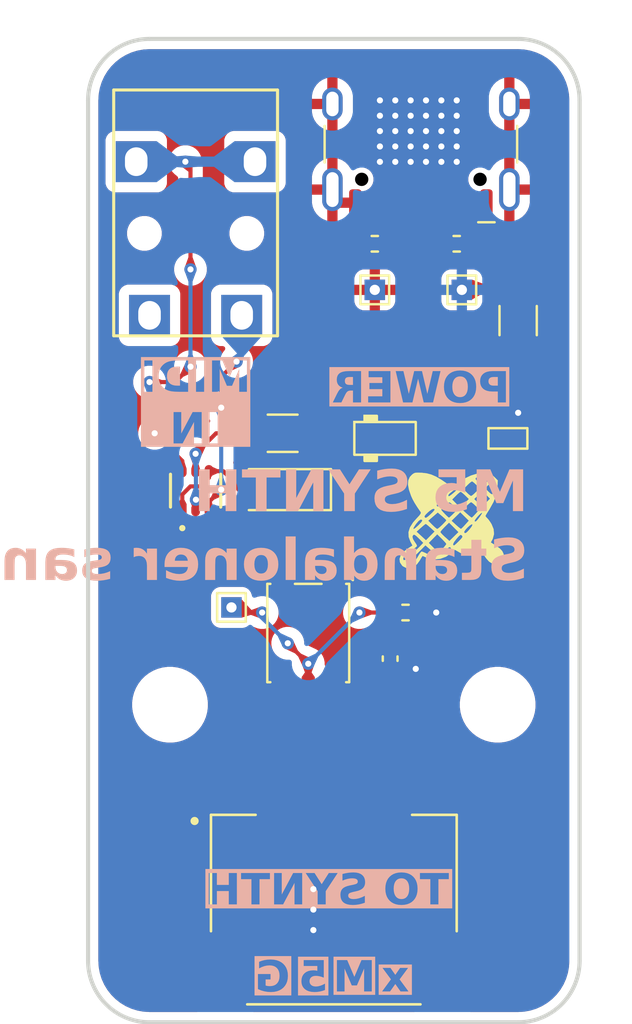
<source format=kicad_pcb>
(kicad_pcb (version 20241229) (generator "pcbnew") (generator_version "9.0")
  (layers (0 "F.Cu" signal) (2 "B.Cu" signal) (13 "F.Paste" user) (15 "B.Paste" user) (5 "F.SilkS" user "F.Silkscreen") (7 "B.SilkS" user "B.Silkscreen") (1 "F.Mask" user) (3 "B.Mask" user) (25 "Edge.Cuts" user))
  (net 0 "")
  (net 1 "+5V")
  (net 2 "GND")
  (net 3 "A1")
  (net 4 "Net-(D1-K)")
  (net 5 "in_T")
  (net 6 "in_R")
  (net 8 "UART_OUT")
  (net 9 "BRIDGED IN R")
  (net 10 "Net-(USB2-CC1)")
  (net 11 "Net-(USB2-CC2)")
  (net 14 "unconnected-(USB2-D--PadB7)")
  (net 19 "Net-(D2-Pad2)")
  (footprint "Resistor_SMD:R_1206_3216Metric_Pad1.30x1.75mm_HandSolder" (layer "F.Cu") (at 129.5 69.25 180)
    (property "Reference" "R1" (hide yes))
    (property "Value" "220")
    (fp_line (start -0.727064 0.91) (end 0.727064 0.91) (stroke (width 0.12)) (layer "F.SilkS"))
    (fp_line (start -0.727064 -0.91) (end 0.727064 -0.91) (stroke (width 0.12)) (layer "F.SilkS"))
    (pad "1" smd roundrect (at -1.55 0 180) (size 1.3 1.75) (layers "F.Cu" "F.Mask" "F.Paste") (roundrect_rratio 0.192308) (net 4 "Net-(D1-K)"))
    (pad "2" smd roundrect (at 1.55 0 180) (size 1.3 1.75) (layers "F.Cu" "F.Mask" "F.Paste") (roundrect_rratio 0.192308) (net 9 "BRIDGED IN R"))
  )
  (footprint "snapeda:SEEEDSTUDIO_114020164" (layer "F.Cu") (at 132 92.5)
    (property "Reference" "J2" (hide yes))
    (property "Value" "Conn_01x04")
    (fp_line (start -6 -4.625) (end -3.82 -4.625) (stroke (width 0.127)) (layer "F.SilkS"))
    (fp_line (start -6 1.055) (end -6 -4.625) (stroke (width 0.127)) (layer "F.SilkS"))
    (fp_line (start -4.23 4.625) (end 4.23 4.625) (stroke (width 0.127)) (layer "F.SilkS"))
    (fp_line (start 3.82 -4.625) (end 6 -4.625) (stroke (width 0.127)) (layer "F.SilkS"))
    (fp_line (start 6 -4.625) (end 6 1.055) (stroke (width 0.127)) (layer "F.SilkS"))
    (fp_circle (center -6.8 -4.325) (end -6.7 -4.325) (stroke (width 0.2)) (fill no) (layer "F.SilkS"))
    (pad "1" smd rect (at -3 -4.325) (size 1 3.4) (layers "F.Cu" "F.Mask" "F.Paste") (net 2 "GND"))
    (pad "2" smd rect (at -1 -4.325) (size 1 3.4) (layers "F.Cu" "F.Mask" "F.Paste") (net 1 "+5V"))
    (pad "3" smd rect (at 1 -4.325) (size 1 3.4) (layers "F.Cu" "F.Mask" "F.Paste") (net 8 "UART_OUT"))
    (pad "4" smd rect (at 3 -4.325) (size 1 3.4) (layers "F.Cu" "F.Mask" "F.Paste"))
    (pad "SH1" smd rect (at -5.3 3.175) (size 1.5 3.6) (layers "F.Cu" "F.Mask" "F.Paste"))
    (pad "SH2" smd rect (at 5.3 3.175) (size 1.5 3.6) (layers "F.Cu" "F.Mask" "F.Paste"))
  )
  (footprint "MountingHole:MountingHole_3.2mm_M3" (layer "F.Cu") (at 124 82.5)
    (property "Reference" "H1" (hide yes))
    (property "Value" "MountingHole_M3")
    (pad "" np_thru_hole circle (at 0 0) (size 3.2 3.2) (drill 3.2) (layers "*.Cu" "*.Mask"))
  )
  (footprint "Diode_SMD:D_SOD-123" (layer "F.Cu") (at 129.5 72 180)
    (property "Reference" "D1" (hide yes))
    (property "Value" "SM4007PL")
    (fp_line (start -2.36 1) (end 1.65 1) (stroke (width 0.12)) (layer "F.SilkS"))
    (fp_line (start -2.36 -1) (end 1.65 -1) (stroke (width 0.12)) (layer "F.SilkS"))
    (fp_line (start -2.36 -1) (end -2.36 1) (stroke (width 0.12)) (layer "F.SilkS"))
    (pad "1" smd roundrect (at -1.65 0 180) (size 0.9 1.2) (layers "F.Cu" "F.Mask" "F.Paste") (net 4 "Net-(D1-K)"))
    (pad "2" smd roundrect (at 1.65 0 180) (size 0.9 1.2) (layers "F.Cu" "F.Mask" "F.Paste") (net 3 "A1"))
  )
  (footprint "Resistor_SMD:R_0402_1005Metric" (layer "F.Cu") (at 138 60 180)
    (property "Reference" "R5" (hide yes))
    (property "Value" "5.1k")
    (fp_line (start -0.153641 0.38) (end 0.153641 0.38) (stroke (width 0.12)) (layer "F.SilkS"))
    (fp_line (start -0.153641 -0.38) (end 0.153641 -0.38) (stroke (width 0.12)) (layer "F.SilkS"))
    (pad "1" smd roundrect (at -0.51 0 180) (size 0.54 0.64) (layers "F.Cu" "F.Mask" "F.Paste") (net 2 "GND"))
    (pad "2" smd roundrect (at 0.51 0 180) (size 0.54 0.64) (layers "F.Cu" "F.Mask" "F.Paste") (net 10 "Net-(USB2-CC1)"))
  )
  (footprint "MountingHole:MountingHole_3.2mm_M3" (layer "F.Cu") (at 140 82.5)
    (property "Reference" "H2" (hide yes))
    (property "Value" "MountingHole_M3")
    (pad "" np_thru_hole circle (at 0 0) (size 3.2 3.2) (drill 3.2) (layers "*.Cu" "*.Mask"))
  )
  (footprint "Resistor_SMD:R_0402_1005Metric" (layer "F.Cu") (at 134 60 180)
    (property "Reference" "R6" (hide yes))
    (property "Value" "5.1k")
    (fp_line (start -0.153641 0.38) (end 0.153641 0.38) (stroke (width 0.12)) (layer "F.SilkS"))
    (fp_line (start -0.153641 -0.38) (end 0.153641 -0.38) (stroke (width 0.12)) (layer "F.SilkS"))
    (pad "1" smd roundrect (at -0.51 0 180) (size 0.54 0.64) (layers "F.Cu" "F.Mask" "F.Paste") (net 11 "Net-(USB2-CC2)"))
    (pad "2" smd roundrect (at 0.51 0 180) (size 0.54 0.64) (layers "F.Cu" "F.Mask" "F.Paste") (net 2 "GND"))
  )
  (footprint "Capacitor_SMD:C_1206_3216Metric_Pad1.33x1.80mm_HandSolder" (layer "F.Cu") (at 141 63.75 -90)
    (property "Reference" "C1" (hide yes))
    (property "Value" "100u")
    (fp_line (start -0.711252 0.91) (end 0.711252 0.91) (stroke (width 0.12)) (layer "F.SilkS"))
    (fp_line (start -0.711252 -0.91) (end 0.711252 -0.91) (stroke (width 0.12)) (layer "F.SilkS"))
    (pad "1" smd roundrect (at -1.5625 0 270) (size 1.325 1.8) (layers "F.Cu" "F.Mask" "F.Paste") (roundrect_rratio 0.188679) (net 1 "+5V"))
    (pad "2" smd roundrect (at 1.5625 0 270) (size 1.325 1.8) (layers "F.Cu" "F.Mask" "F.Paste") (roundrect_rratio 0.188679) (net 2 "GND"))
  )
  (footprint "PCM_LED_SMD_AKL:LED_0603_1608Metric" (layer "F.Cu") (at 134.5 69.5)
    (property "Reference" "D2" (hide yes))
    (property "Value" "LED" (hide yes))
    (fp_rect (start -1.5 -0.8) (end 1.5 0.8) (stroke (width 0.12)) (fill no) (layer "F.SilkS"))
    (fp_rect (start -1 -1.1) (end -0.4 -0.8) (stroke (width 0.12)) (fill yes) (layer "F.SilkS"))
    (fp_rect (start -1 0.8) (end -0.4 1.1) (stroke (width 0.12)) (fill yes) (layer "F.SilkS"))
    (pad "1" smd roundrect (at -0.7875 0) (size 0.875 0.95) (layers "F.Cu" "F.Mask" "F.Paste") (net 2 "GND"))
    (pad "2" smd roundrect (at 0.7875 0) (size 0.875 0.95) (layers "F.Cu" "F.Mask" "F.Paste") (net 19 "Net-(D2-Pad2)"))
  )
  (footprint "Connector_USB:USB_C_Receptacle_HCTL_HC-TYPE-C-16P-01A" (layer "F.Cu") (at 136.25 54.25 180)
    (property "Reference" "USB2" (hide yes))
    (property "Value" "USB_C_Receptacle")
    (fp_line (start 4.7 -1.78) (end 4.7 0) (stroke (width 0.12)) (layer "F.SilkS"))
    (fp_line (start -2.8 -4.7) (end -3.6 -4.7) (stroke (width 0.12)) (layer "F.SilkS"))
    (fp_line (start -4.7 -1.78) (end -4.7 0) (stroke (width 0.12)) (layer "F.SilkS"))
    (pad "" np_thru_hole circle (at -2.89 -2.605 180) (size 0.65 0.65) (drill 0.65) (layers "*.Mask"))
    (pad "" np_thru_hole circle (at 2.89 -2.605 180) (size 0.65 0.65) (drill 0.65) (layers "*.Mask"))
    (pad "A1" smd roundrect (at -3.2 -3.745 180) (size 0.6 1.3) (layers "F.Cu" "F.Mask" "F.Paste") (net 2 "GND"))
    (pad "A4" smd roundrect (at -2.4 -3.745 180) (size 0.6 1.3) (layers "F.Cu" "F.Mask" "F.Paste") (net 1 "+5V"))
    (pad "A5" smd roundrect (at -1.25 -3.745 180) (size 0.3 1.3) (layers "F.Cu" "F.Mask" "F.Paste") (net 10 "Net-(USB2-CC1)"))
    (pad "A6" smd roundrect (at -0.25 -3.745 180) (size 0.3 1.3) (layers "F.Cu" "F.Mask" "F.Paste"))
    (pad "A7" smd roundrect (at 0.25 -3.745 180) (size 0.3 1.3) (layers "F.Cu" "F.Mask" "F.Paste"))
    (pad "A8" smd roundrect (at 1.25 -3.745 180) (size 0.3 1.3) (layers "F.Cu" "F.Mask" "F.Paste"))
    (pad "A9" smd roundrect (at 2.4 -3.745 180) (size 0.6 1.3) (layers "F.Cu" "F.Mask" "F.Paste") (net 1 "+5V"))
    (pad "A12" smd roundrect (at 3.2 -3.745 180) (size 0.6 1.3) (layers "F.Cu" "F.Mask" "F.Paste") (net 2 "GND"))
    (pad "B1" smd roundrect (at 3.2 -3.745 180) (size 0.6 1.3) (layers "F.Cu" "F.Mask" "F.Paste") (net 2 "GND"))
    (pad "B4" smd roundrect (at 2.4 -3.745 180) (size 0.6 1.3) (layers "F.Cu" "F.Mask" "F.Paste") (net 1 "+5V"))
    (pad "B5" smd roundrect (at 1.75 -3.745 180) (size 0.3 1.3) (layers "F.Cu" "F.Mask" "F.Paste") (net 11 "Net-(USB2-CC2)"))
    (pad "B6" smd roundrect (at 0.75 -3.745 180) (size 0.3 1.3) (layers "F.Cu" "F.Mask" "F.Paste"))
    (pad "B7" smd roundrect (at -0.75 -3.745 180) (size 0.3 1.3) (layers "F.Cu" "F.Mask" "F.Paste") (net 14 "unconnected-(USB2-D--PadB7)"))
    (pad "B8" smd roundrect (at -1.75 -3.745 180) (size 0.3 1.3) (layers "F.Cu" "F.Mask" "F.Paste"))
    (pad "B9" smd roundrect (at -2.4 -3.745 180) (size 0.6 1.3) (layers "F.Cu" "F.Mask" "F.Paste") (net 1 "+5V"))
    (pad "B12" smd roundrect (at -3.2 -3.745 180) (size 0.6 1.3) (layers "F.Cu" "F.Mask" "F.Paste") (net 2 "GND"))
    (pad "S1" thru_hole oval (at -4.32 -3.105 180) (size 1 2.1) (drill oval 0.6 1.7) (property pad_prop_heatsink) (layers "*.Cu" "*.Mask") (net 2 "GND"))
    (pad "S1" thru_hole oval (at -4.32 1.075 180) (size 1 1.6) (drill oval 0.6 1.2) (property pad_prop_heatsink) (layers "*.Cu" "*.Mask") (net 2 "GND"))
    (pad "S1" thru_hole oval (at 4.32 -3.105 180) (size 1 2.1) (drill oval 0.6 1.7) (property pad_prop_heatsink) (layers "*.Cu" "*.Mask") (net 2 "GND"))
    (pad "S1" thru_hole oval (at 4.32 1.075 180) (size 1 1.6) (drill oval 0.6 1.2) (property pad_prop_heatsink) (layers "*.Cu" "*.Mask") (net 2 "GND"))
  )
  (footprint "ultra_librarian:SOT-363_DIO" (layer "F.Cu") (at 125.25 72.049999 90)
    (property "Reference" "U1" (hide yes))
    (property "Value" "BAS40DW-04-7-F")
    (fp_line (start 0.802 -1.227) (end -0.802 -1.227) (stroke (width 0.1524)) (layer "F.SilkS"))
    (fp_line (start -0.802 1.227) (end 0.802 1.227) (stroke (width 0.1524)) (layer "F.SilkS"))
    (fp_circle (center -1.829 -0.65) (end -1.7528 -0.65) (stroke (width 0.1524)) (fill no) (layer "F.SilkS"))
    (pad "1" smd rect (at -0.950001 -0.649999 90) (size 0.6 0.42) (layers "F.Cu" "F.Mask" "F.Paste") (net 3 "A1"))
    (pad "2" smd oval (at -0.950001 0 90) (size 0.6 0.42) (layers "F.Cu" "F.Mask" "F.Paste") (net 9 "BRIDGED IN R"))
    (pad "3" smd oval (at -0.950001 0.649999 90) (size 0.6 0.42) (layers "F.Cu" "F.Mask" "F.Paste") (net 6 "in_R"))
    (pad "4" smd oval (at 0.950001 0.649999 90) (size 0.6 0.42) (layers "F.Cu" "F.Mask" "F.Paste") (net 3 "A1"))
    (pad "5" smd oval (at 0.950001 0 90) (size 0.6 0.42) (layers "F.Cu" "F.Mask" "F.Paste") (net 9 "BRIDGED IN R"))
    (pad "6" smd oval (at 0.950001 -0.649999 90) (size 0.6 0.42) (layers "F.Cu" "F.Mask" "F.Paste") (net 5 "in_T"))
  )
  (footprint "TestPoint:TestPoint_THTPad_1.0x1.0mm_Drill0.5mm" (layer "F.Cu") (at 134 62.25)
    (property "Reference" "TP4" (hide yes))
    (property "Value" "TestPoint")
    (fp_line (start -0.7 -0.7) (end 0.7 -0.7) (stroke (width 0.12)) (layer "F.SilkS"))
    (fp_line (start -0.7 0.7) (end -0.7 -0.7) (stroke (width 0.12)) (layer "F.SilkS"))
    (fp_line (start 0.7 -0.7) (end 0.7 0.7) (stroke (width 0.12)) (layer "F.SilkS"))
    (fp_line (start 0.7 0.7) (end -0.7 0.7) (stroke (width 0.12)) (layer "F.SilkS"))
    (pad "1" thru_hole rect (at 0 0) (size 1 1) (drill 0.5) (layers "*.Cu" "*.Mask") (net 2 "GND"))
  )
  (footprint "Capacitor_SMD:C_0402_1005Metric" (layer "F.Cu") (at 134.75 80.25 90)
    (property "Reference" "C2" (hide yes))
    (property "Value" "0.1u")
    (fp_line (start -0.107836 -0.36) (end 0.107836 -0.36) (stroke (width 0.12)) (layer "F.SilkS"))
    (fp_line (start -0.107836 0.36) (end 0.107836 0.36) (stroke (width 0.12)) (layer "F.SilkS"))
    (pad "1" smd roundrect (at -0.48 0 90) (size 0.56 0.62) (layers "F.Cu" "F.Mask" "F.Paste") (net 1 "+5V"))
    (pad "2" smd roundrect (at 0.48 0 90) (size 0.56 0.62) (layers "F.Cu" "F.Mask" "F.Paste") (net 2 "GND"))
  )
  (footprint "TestPoint:TestPoint_THTPad_1.0x1.0mm_Drill0.5mm" (layer "F.Cu") (at 127 77.75)
    (property "Reference" "TP2" (hide yes))
    (property "Value" "TestPoint")
    (fp_line (start -0.7 -0.7) (end 0.7 -0.7) (stroke (width 0.12)) (layer "F.SilkS"))
    (fp_line (start -0.7 0.7) (end -0.7 -0.7) (stroke (width 0.12)) (layer "F.SilkS"))
    (fp_line (start 0.7 -0.7) (end 0.7 0.7) (stroke (width 0.12)) (layer "F.SilkS"))
    (fp_line (start 0.7 0.7) (end -0.7 0.7) (stroke (width 0.12)) (layer "F.SilkS"))
    (pad "1" thru_hole rect (at 0 0) (size 1 1) (drill 0.5) (layers "*.Cu" "*.Mask") (net 8 "UART_OUT"))
  )
  (footprint "Resistor_SMD:R_0402_1005Metric" (layer "F.Cu") (at 135.5 78)
    (property "Reference" "R4" (hide yes))
    (property "Value" "1k")
    (fp_line (start -0.153641 -0.38) (end 0.153641 -0.38) (stroke (width 0.12)) (layer "F.SilkS"))
    (fp_line (start -0.153641 0.38) (end 0.153641 0.38) (stroke (width 0.12)) (layer "F.SilkS"))
    (pad "1" smd roundrect (at -0.51 0) (size 0.54 0.64) (layers "F.Cu" "F.Mask" "F.Paste") (net 8 "UART_OUT"))
    (pad "2" smd roundrect (at 0.51 0) (size 0.54 0.64) (layers "F.Cu" "F.Mask" "F.Paste") (net 1 "+5V"))
  )
  (footprint "my_footprint:kinoshita-logo_simplified_600dpi" (layer "F.Cu") (at 137.75 73.5)
    (property "Reference" "G***" (hide yes))
    (property "Value" "LOGO" (hide yes))
    (fp_poly (pts (xy -1.571861 -2.325303) (xy -1.455546 -2.319804) (xy -1.217827 -2.292772) (xy -0.992627 -2.232784) (xy -0.761419 -2.13211) (xy -0.505671 -1.983021) (xy -0.277801 -1.828553) (xy 0.015898 -1.620546) (xy 0.10094 -1.68315) (xy 0.423333 -1.68315) (xy 0.434745 -1.653685) (xy 0.476674 -1.681563) (xy 0.533188 -1.741663) (xy 0.586821 -1.803936) (xy 0.580664 -1.810615) (xy 0.518583 -1.773813) (xy 0.447463 -1.719302) (xy 0.423333 -1.68315) (xy 0.10094 -1.68315) (xy 0.26513 -1.804019) (xy 0.606403 -2.024357) (xy 1.164747 -2.024357) (xy 1.217038 -1.943486) (xy 1.30011 -1.860074) (xy 1.402471 -1.76966) (xy 1.481926 -1.709107) (xy 1.513769 -1.693333) (xy 1.560947 -1.721333) (xy 1.643959 -1.793198) (xy 1.707068 -1.855056) (xy 1.796903 -1.949796) (xy 1.83422 -2.006475) (xy 1.82583 -2.047432) (xy 1.779876 -2.093802) (xy 1.714514 -2.137597) (xy 1.629787 -2.154074) (xy 1.497719 -2.147353) (xy 1.451203 -2.142199) (xy 1.277211 -2.115091) (xy 1.183265 -2.078684) (xy 1.164747 -2.024357) (xy 0.606403 -2.024357) (xy 0.608947 -2.025999) (xy 0.952148 -2.188349) (xy 1.283016 -2.28705) (xy 1.589831 -2.318084) (xy 1.731358 -2.306851) (xy 1.884556 -2.264667) (xy 2.019231 -2.176922) (xy 2.088657 -2.112303) (xy 2.254494 -1.946466) (xy 2.234321 -1.618816) (xy 2.177567 -1.261691) (xy 2.048885 -0.904385) (xy 1.843975 -0.535328) (xy 1.815982 -0.492592) (xy 1.734166 -0.365388) (xy 1.675138 -0.26579) (xy 1.651067 -0.214396) (xy 1.650999 -0.213404) (xy 1.679274 -0.165434) (xy 1.740576 -0.101811) (xy 1.812201 -0.019516) (xy 1.899141 0.104439) (xy 1.951846 0.1905) (xy 2.050122 0.432624) (xy 2.069045 0.672483) (xy 2.008021 0.899112) (xy 1.992064 0.931045) (xy 1.913344 1.078924) (xy 2.160302 1.235071) (xy 2.351603 1.37188) (xy 2.473318 1.502398) (xy 2.537384 1.643184) (xy 2.555426 1.783074) (xy 2.54519 1.913818) (xy 2.493303 2.007233) (xy 2.436494 2.061902) (xy 2.328678 2.134642) (xy 2.216267 2.152371) (xy 2.149738 2.146194) (xy 1.977396 2.102443) (xy 1.8338 2.013121) (xy 1.697888 1.863164) (xy 1.640336 1.781908) (xy 1.500999 1.575005) (xy 1.374916 1.643791) (xy 1.226489 1.691362) (xy 1.009889 1.712604) (xy 0.9525 1.713538) (xy 0.776249 1.708298) (xy 0.643591 1.684289) (xy 0.513868 1.631142) (xy 0.41051 1.575291) (xy 0.164853 1.436081) (xy -0.025755 1.603861) (xy -0.271711 1.771122) (xy -0.54503 1.872356) (xy -0.827792 1.904335) (xy -1.102079 1.863827) (xy -1.221707 1.819404) (xy -1.33193 1.770466) (xy -1.404428 1.740307) (xy -1.418749 1.735667) (xy -1.44432 1.769382) (xy -1.498377 1.857147) (xy -1.559069 1.962147) (xy -1.697795 2.146899) (xy -1.863239 2.270905) (xy -2.041276 2.330169) (xy -2.21778 2.320696) (xy -2.378624 2.238492) (xy -2.416257 2.20459) (xy -2.468735 2.126494) (xy -2.159 2.126494) (xy -2.126271 2.158725) (xy -2.046984 2.157267) (xy -1.949491 2.127888) (xy -1.862146 2.076357) (xy -1.847624 2.063138) (xy -1.773234 1.972263) (xy -1.684102 1.840736) (xy -1.627298 1.745681) (xy -1.554633 1.627933) (xy -1.49258 1.547622) (xy -1.4605 1.52422) (xy -1.401606 1.542238) (xy -1.295288 1.588427) (xy -1.209909 1.630011) (xy -1.06913 1.689282) (xy -0.934384 1.726049) (xy -0.826795 1.736881) (xy -0.767486 1.718347) (xy -0.762 1.702751) (xy -0.790984 1.662313) (xy -0.465667 1.662313) (xy -0.458411 1.680068) (xy -0.427647 1.672988) (xy -0.359879 1.634085) (xy -0.24161 1.556374) (xy -0.177692 1.513231) (xy -0.072415 1.435692) (xy -0.030056 1.382678) (xy -0.039254 1.338078) (xy -0.046997 1.327882) (xy -0.084366 1.301613) (xy -0.134542 1.316592) (xy -0.214354 1.381283) (xy -0.282055 1.446094) (xy -0.379297 1.547032) (xy -0.445862 1.626652) (xy -0.465667 1.662313) (xy -0.790984 1.662313) (xy -0.791684 1.661337) (xy -0.870569 1.58039) (xy -0.983403 1.47528) (xy -1.019907 1.442817) (xy -1.277813 1.215798) (xy -1.718407 1.654893) (xy -1.873818 1.811875) (xy -2.00519 1.948579) (xy -2.101922 2.053657) (xy -2.15341 2.11576) (xy -2.159 2.126494) (xy -2.468735 2.126494) (xy -2.518044 2.053115) (xy -2.540026 1.888405) (xy -2.527418 1.849557) (xy -2.36305 1.849557) (xy -2.354834 1.927533) (xy -2.331217 1.949642) (xy -2.283084 1.934477) (xy -2.200127 1.875466) (xy -2.072038 1.766041) (xy -1.999959 1.701347) (xy -1.843403 1.557626) (xy -1.693286 1.416388) (xy -1.571878 1.298738) (xy -1.525406 1.251723) (xy -1.380517 1.100814) (xy -1.118796 1.100814) (xy -0.888928 1.333574) (xy -0.7765 1.444022) (xy -0.686559 1.526106) (xy -0.635488 1.565028) (xy -0.631255 1.566334) (xy -0.590076 1.537581) (xy -0.511124 1.462861) (xy -0.428725 1.376779) (xy -0.336278 1.27128) (xy -0.272942 1.189046) (xy -0.257253 1.159259) (xy 0.069051 1.159259) (xy 0.080297 1.217195) (xy 0.120506 1.227667) (xy 0.163428 1.199617) (xy 0.247093 1.125879) (xy 0.353846 1.022066) (xy 0.359872 1.01596) (xy 0.467549 0.903164) (xy 0.522394 0.831596) (xy 0.533066 0.784283) (xy 0.508221 0.74425) (xy 0.501809 0.737667) (xy 0.462442 0.70904) (xy 0.419915 0.715397) (xy 0.358882 0.766382) (xy 0.263995 0.871642) (xy 0.235169 0.905244) (xy 0.12113 1.053995) (xy 0.069051 1.159259) (xy -0.257253 1.159259) (xy -0.254 1.153083) (xy -0.282106 1.108809) (xy -0.356305 1.023409) (xy -0.46142 0.914189) (xy -0.477714 0.898007) (xy -0.701427 0.677073) (xy -0.910111 0.888944) (xy -1.118796 1.100814) (xy -1.380517 1.100814) (xy -1.378644 1.098864) (xy -1.596814 0.880695) (xy -1.714353 0.768062) (xy -1.791397 0.709996) (xy -1.843352 0.697475) (xy -1.878864 0.715542) (xy -1.916019 0.797713) (xy -1.885398 0.920025) (xy -1.789087 1.074789) (xy -1.777154 1.090191) (xy -1.718215 1.179941) (xy -1.693337 1.247255) (xy -1.693334 1.247736) (xy -1.726943 1.292444) (xy -1.81629 1.366319) (xy -1.944156 1.455565) (xy -1.986795 1.48286) (xy -2.18768 1.622605) (xy -2.311691 1.743136) (xy -2.36305 1.849557) (xy -2.527418 1.849557) (xy -2.484585 1.717582) (xy -2.354094 1.54777) (xy -2.150933 1.386093) (xy -2.140827 1.379575) (xy -1.906361 1.229589) (xy -2.011514 1.031823) (xy -2.095691 0.803577) (xy -2.102448 0.575985) (xy -2.095377 0.553213) (xy -1.7145 0.553213) (xy -1.251748 0.975573) (xy -1.038624 0.760232) (xy -0.850262 0.569909) (xy -0.550349 0.569909) (xy -0.520787 0.618045) (xy -0.443083 0.702918) (xy -0.333736 0.806585) (xy -0.328099 0.811615) (xy -0.105834 1.009396) (xy 0.116912 0.791404) (xy 0.334366 0.578592) (xy 0.608058 0.578592) (xy 0.610957 0.588014) (xy 0.649905 0.627076) (xy 0.700526 0.618648) (xy 0.775526 0.555602) (xy 0.884328 0.434656) (xy 0.985415 0.302079) (xy 1.021637 0.217396) (xy 1.013842 0.192576) (xy 0.965332 0.197207) (xy 0.884025 0.250405) (xy 0.788782 0.333655) (xy 0.698465 0.428446) (xy 0.631936 0.516263) (xy 0.608058 0.578592) (xy 0.334366 0.578592) (xy 0.339658 0.573413) (xy 0.106899 0.340653) (xy -0.125861 0.107894) (xy -0.338097 0.316939) (xy -0.443546 0.426643) (xy -0.519526 0.516833) (xy -0.550281 0.568728) (xy -0.550349 0.569909) (xy -0.850262 0.569909) (xy -0.8255 0.54489) (xy -1.030679 0.357112) (xy -1.139303 0.261498) (xy -1.223438 0.194432) (xy -1.263513 0.17096) (xy -1.306734 0.198072) (xy -1.393282 0.267533) (xy -1.502834 0.3629) (xy -1.7145 0.553213) (xy -2.095377 0.553213) (xy -2.053783 0.419282) (xy -1.867916 0.419282) (xy -1.827574 0.416073) (xy -1.742169 0.356435) (xy -1.616884 0.241263) (xy -1.594354 0.218625) (xy -1.48801 0.10515) (xy -1.437115 0.032802) (xy -1.435844 0.017118) (xy -1.144124 0.017118) (xy -0.94407 0.220226) (xy -0.836825 0.323125) (xy -0.749421 0.396194) (xy -0.701546 0.423334) (xy -0.651807 0.395566) (xy -0.562713 0.322865) (xy -0.456538 0.223842) (xy -0.354187 0.119343) (xy -0.281367 0.037958) (xy -0.269972 0.021167) (xy -0.005595 0.021167) (xy 0.211822 0.22225) (xy 0.323494 0.32143) (xy 0.411327 0.39188) (xy 0.457139 0.419068) (xy 0.458036 0.419026) (xy 0.499186 0.387526) (xy 0.577857 0.309692) (xy 0.665475 0.215096) (xy 0.821774 0.04044) (xy 1.120663 0.04044) (xy 1.154132 0.06561) (xy 1.203101 0.042535) (xy 1.276909 -0.036694) (xy 1.384896 -0.17999) (xy 1.391081 -0.188588) (xy 1.459829 -0.292313) (xy 1.495139 -0.362171) (xy 1.493111 -0.381) (xy 1.43693 -0.351879) (xy 1.354051 -0.278388) (xy 1.262862 -0.181328) (xy 1.181746 -0.081506) (xy 1.129091 0.000276) (xy 1.120663 0.04044) (xy 0.821774 0.04044) (xy 0.844117 0.015473) (xy 0.633725 -0.191755) (xy 0.423333 -0.398984) (xy 0.208869 -0.188908) (xy -0.005595 0.021167) (xy -0.269972 0.021167) (xy -0.254 -0.002365) (xy -0.28393 -0.041256) (xy -0.362187 -0.116873) (xy -0.46562 -0.20752) (xy -0.67724 -0.38596) (xy -1.144124 0.017118) (xy -1.435844 0.017118) (xy -1.433397 -0.013047) (xy -1.451184 -0.034601) (xy -1.519687 -0.040267) (xy -1.615488 0.028948) (xy -1.734248 0.169392) (xy -1.792675 0.252836) (xy -1.858011 0.365168) (xy -1.867916 0.419282) (xy -2.053783 0.419282) (xy -2.030405 0.344007) (xy -1.878181 0.102603) (xy -1.702446 -0.095934) (xy -1.637958 -0.16487) (xy -1.322087 -0.16487) (xy -1.308998 -0.144147) (xy -1.272919 -0.120161) (xy -1.221402 -0.134258) (xy -1.139015 -0.194401) (xy -1.036203 -0.284931) (xy -0.927794 -0.390146) (xy -0.851625 -0.476899) (xy -0.827186 -0.520296) (xy -0.508 -0.520296) (xy -0.480454 -0.476307) (xy -0.411332 -0.395869) (xy -0.320912 -0.299921) (xy -0.229469 -0.209404) (xy -0.15728 -0.145259) (xy -0.127178 -0.127) (xy -0.087295 -0.154919) (xy -0.006416 -0.228082) (xy 0.096999 -0.329697) (xy 0.272052 -0.507424) (xy 0.532139 -0.507424) (xy 0.742319 -0.319109) (xy 0.852937 -0.223249) (xy 0.938856 -0.154779) (xy 0.980652 -0.128897) (xy 1.021172 -0.157241) (xy 1.098606 -0.232952) (xy 1.183137 -0.325052) (xy 1.35747 -0.523105) (xy 1.351522 -0.529166) (xy 1.608666 -0.529166) (xy 1.629833 -0.508) (xy 1.651 -0.529166) (xy 1.629833 -0.550333) (xy 1.608666 -0.529166) (xy 1.351522 -0.529166) (xy 1.17792 -0.706052) (xy 1.075356 -0.803351) (xy 0.991881 -0.869704) (xy 0.9525 -0.889) (xy 0.900844 -0.860762) (xy 0.812067 -0.787217) (xy 0.719383 -0.698212) (xy 0.532139 -0.507424) (xy 0.272052 -0.507424) (xy 0.296648 -0.532395) (xy 0.110011 -0.715566) (xy 0.00598 -0.809304) (xy -0.077639 -0.869615) (xy -0.117858 -0.883285) (xy -0.174789 -0.845798) (xy -0.263076 -0.772237) (xy -0.361178 -0.682645) (xy -0.447552 -0.597066) (xy -0.500653 -0.535542) (xy -0.508 -0.520296) (xy -0.827186 -0.520296) (xy -0.823154 -0.527454) (xy -0.823344 -0.529166) (xy -0.864306 -0.570773) (xy -0.950738 -0.547402) (xy -1.076853 -0.461466) (xy -1.161062 -0.388382) (xy -1.269006 -0.282843) (xy -1.319523 -0.213552) (xy -1.322087 -0.16487) (xy -1.637958 -0.16487) (xy -1.577838 -0.229135) (xy -1.511194 -0.319652) (xy -1.495171 -0.378685) (xy -1.503482 -0.39938) (xy -1.677539 -0.653708) (xy -1.741975 -0.756029) (xy -0.727972 -0.756029) (xy -0.726367 -0.709108) (xy -0.716223 -0.69435) (xy -0.678771 -0.669992) (xy -0.625485 -0.686651) (xy -0.53994 -0.752373) (xy -0.470778 -0.814569) (xy -0.368586 -0.915022) (xy -0.297798 -0.996605) (xy -0.286977 -1.016) (xy 0.024705 -1.016) (xy 0.211666 -0.8255) (xy 0.312377 -0.726544) (xy 0.38934 -0.657668) (xy 0.423155 -0.635) (xy 0.463038 -0.662919) (xy 0.543918 -0.736082) (xy 0.647332 -0.837697) (xy 0.846947 -1.04036) (xy 1.100677 -1.04036) (xy 1.278819 -0.858847) (xy 1.377155 -0.762514) (xy 1.451595 -0.696695) (xy 1.481666 -0.677333) (xy 1.52189 -0.705241) (xy 1.602222 -0.777992) (xy 1.693333 -0.867833) (xy 1.880294 -1.058333) (xy 1.693178 -1.248991) (xy 1.506061 -1.439649) (xy 1.303369 -1.240004) (xy 1.100677 -1.04036) (xy 0.846947 -1.04036) (xy 0.846982 -1.040395) (xy 0.665305 -1.218697) (xy 0.561857 -1.313758) (xy 0.478861 -1.378441) (xy 0.441128 -1.397) (xy 0.391289 -1.368815) (xy 0.303867 -1.295408) (xy 0.211666 -1.2065) (xy 0.024705 -1.016) (xy -0.286977 -1.016) (xy -0.275167 -1.037166) (xy -0.301887 -1.077791) (xy -0.380307 -1.054523) (xy -0.507815 -0.968422) (xy -0.571592 -0.916948) (xy -0.679701 -0.820197) (xy -0.727972 -0.756029) (xy -1.741975 -0.756029) (xy -1.807772 -0.860508) (xy -1.904581 -1.03728) (xy -1.974651 -1.192331) (xy -1.978374 -1.20304) (xy -0.163299 -1.20304) (xy -0.14169 -1.171801) (xy -0.101599 -1.18529) (xy -0.021368 -1.240676) (xy 0.078497 -1.320774) (xy 0.177488 -1.408398) (xy 0.255101 -1.486363) (xy 0.282867 -1.524227) (xy 0.575261 -1.524227) (xy 0.740722 -1.35478) (xy 0.839559 -1.261425) (xy 0.919437 -1.199881) (xy 0.952277 -1.185333) (xy 1.004075 -1.213573) (xy 1.092926 -1.287109) (xy 1.185221 -1.375719) (xy 1.372071 -1.566106) (xy 1.370496 -1.567719) (xy 1.632464 -1.567719) (xy 1.798428 -1.397756) (xy 1.904704 -1.300082) (xy 1.977139 -1.268043) (xy 2.023544 -1.306627) (xy 2.051726 -1.420821) (xy 2.066319 -1.568854) (xy 2.071177 -1.751982) (xy 2.050459 -1.85618) (xy 1.999747 -1.884497) (xy 1.914621 -1.839983) (xy 1.810318 -1.745573) (xy 1.632464 -1.567719) (xy 1.370496 -1.567719) (xy 1.206611 -1.735553) (xy 1.107773 -1.828908) (xy 1.027895 -1.890452) (xy 0.995056 -1.905) (xy 0.943258 -1.87676) (xy 0.854407 -1.803224) (xy 0.762111 -1.714614) (xy 0.575261 -1.524227) (xy 0.282867 -1.524227) (xy 0.289277 -1.532968) (xy 0.284487 -1.566577) (xy 0.223403 -1.547584) (xy 0.113354 -1.479255) (xy 0.027254 -1.416227) (xy -0.094864 -1.317617) (xy -0.155228 -1.251116) (xy -0.163299 -1.20304) (xy -1.978374 -1.20304) (xy -2.079915 -1.495062) (xy -2.125864 -1.744652) (xy -2.112224 -1.948645) (xy -2.03872 -2.114585) (xy -1.937099 -2.224615) (xy -1.864506 -2.280629) (xy -1.795685 -2.31287) (xy -1.706261 -2.326155) (xy -1.571861 -2.325303)) (stroke (width 0.01)) (fill yes) (layer "F.SilkS"))
  )
  (footprint "TestPoint:TestPoint_THTPad_1.0x1.0mm_Drill0.5mm" (layer "F.Cu") (at 138.25 62.25)
    (property "Reference" "TP3" (hide yes))
    (property "Value" "TestPoint")
    (fp_line (start -0.7 -0.7) (end 0.7 -0.7) (stroke (width 0.12)) (layer "F.SilkS"))
    (fp_line (start -0.7 0.7) (end -0.7 -0.7) (stroke (width 0.12)) (layer "F.SilkS"))
    (fp_line (start 0.7 -0.7) (end 0.7 0.7) (stroke (width 0.12)) (layer "F.SilkS"))
    (fp_line (start 0.7 0.7) (end -0.7 0.7) (stroke (width 0.12)) (layer "F.SilkS"))
    (pad "1" thru_hole rect (at 0 0) (size 1 1) (drill 0.5) (layers "*.Cu" "*.Mask") (net 1 "+5V"))
  )
  (footprint "Package_SO:SO-5_4.4x3.6mm_P1.27mm" (layer "F.Cu") (at 130.75 79 -90)
    (property "Reference" "OC1" (hide yes))
    (property "Value" "TLP2361")
    (fp_line (start -2.4 2) (end -2.4 1.85) (stroke (width 0.12)) (layer "F.SilkS"))
    (fp_line (start 2.4 2) (end -2.4 2) (stroke (width 0.12)) (layer "F.SilkS"))
    (fp_line (start 2.4 1.85) (end 2.4 2) (stroke (width 0.12)) (layer "F.SilkS"))
    (fp_line (start -2.4 0.65) (end -2.4 -0.65) (stroke (width 0.12)) (layer "F.SilkS"))
    (fp_line (start -2.4 -1.85) (end -2.4 -2) (stroke (width 0.12)) (layer "F.SilkS"))
    (fp_line (start -2.4 -2) (end 2.4 -2) (stroke (width 0.12)) (layer "F.SilkS"))
    (fp_line (start 2.4 -2) (end 2.4 -1.85) (stroke (width 0.12)) (layer "F.SilkS"))
    (fp_poly (pts (xy -2.825 -1.85) (xy -3.065 -2.18) (xy -2.585 -2.18) (xy -2.825 -1.85)) (stroke (width 0.12)) (fill yes) (layer "F.SilkS"))
    (pad "1" smd rect (at -3.15 -1.27 270) (size 2 0.64) (layers "F.Cu" "F.Mask" "F.Paste") (net 4 "Net-(D1-K)"))
    (pad "3" smd rect (at -3.15 1.27 270) (size 2 0.64) (layers "F.Cu" "F.Mask" "F.Paste") (net 3 "A1"))
    (pad "4" smd rect (at 3.15 1.27 270) (size 2 0.64) (layers "F.Cu" "F.Mask" "F.Paste") (net 2 "GND"))
    (pad "5" smd rect (at 3.15 0 270) (size 2 0.64) (layers "F.Cu" "F.Mask" "F.Paste") (net 8 "UART_OUT"))
    (pad "6" smd rect (at 3.15 -1.27 270) (size 2 0.64) (layers "F.Cu" "F.Mask" "F.Paste") (net 1 "+5V"))
  )
  (footprint "PCM_Resistor_SMD_AKL:R_0402_1005Metric" (layer "F.Cu") (at 140.5 69.5 180)
    (property "Reference" "R2" (hide yes))
    (property "Value" "1k" (hide yes))
    (fp_line (start 0.95 0.5) (end 0.95 -0.5) (stroke (width 0.12)) (layer "F.SilkS"))
    (fp_line (start 0.95 -0.5) (end -0.95 -0.5) (stroke (width 0.12)) (layer "F.SilkS"))
    (fp_line (start -0.95 0.5) (end 0.95 0.5) (stroke (width 0.12)) (layer "F.SilkS"))
    (fp_line (start -0.95 -0.5) (end -0.95 0.5) (stroke (width 0.12)) (layer "F.SilkS"))
    (pad "1" smd roundrect (at -0.51 0 180) (size 0.54 0.64) (layers "F.Cu" "F.Mask" "F.Paste") (net 1 "+5V"))
    (pad "2" smd roundrect (at 0.51 0 180) (size 0.54 0.64) (layers "F.Cu" "F.Mask" "F.Paste") (net 19 "Net-(D2-Pad2)"))
  )
  (footprint "my_footprint:3.5mm_Stereo_TRS_PJ-3210-4A_and_ST-005-G" (layer "F.Cu") (at 125.25 52.4925 -90)
    (property "Reference" "J1" (hide yes))
    (property "Value" "AudioJack3")
    (fp_line (start 12 4) (end 0 4) (stroke (width 0.15)) (layer "F.SilkS"))
    (fp_line (start 0 -4) (end 0 4) (stroke (width 0.15)) (layer "F.SilkS"))
    (fp_line (start 0 -4) (end 12 -4) (stroke (width 0.15)) (layer "F.SilkS"))
    (fp_line (start 12 -4) (end 12 4) (stroke (width 0.15)) (layer "F.SilkS"))
    (pad "" np_thru_hole circle (at 7 -2.5 270) (size 1.2 1.2) (drill 1.2) (layers "*.Cu" "*.Mask"))
    (pad "" np_thru_hole circle (at 7 2.5 270) (size 1.2 1.2) (drill 1.2) (layers "*.Cu" "*.Mask"))
    (pad "R" thru_hole rect (at 11 -2.25 270) (size 2 2) (drill oval 1.4 1.1) (layers "*.Cu" "*.Mask") (net 6 "in_R"))
    (pad "S" thru_hole rect (at 11 2.25 270) (size 2 2) (drill oval 1.4 1.1) (layers "*.Cu" "*.Mask"))
    (pad "T" thru_hole rect (at 3.5 -2.9 270) (size 2 2) (drill oval 1.4 1.1) (layers "*.Cu" "*.Mask") (net 5 "in_T"))
    (pad "T" thru_hole rect (at 3.5 2.9 270) (size 2 2) (drill oval 1.4 1.1) (layers "*.Cu" "*.Mask") (net 5 "in_T"))
  )
  (gr_line (start 144 53) (end 144 95) (stroke (width 0.2)) (layer "Edge.Cuts"))
  (gr_line (start 123 50) (end 141 50) (stroke (width 0.2)) (layer "Edge.Cuts"))
  (gr_line (start 141 98) (end 123 98) (stroke (width 0.2)) (layer "Edge.Cuts"))
  (gr_line (start 120 95) (end 120 53) (stroke (width 0.2)) (layer "Edge.Cuts"))
  (gr_arc (start 144 95) (mid 143.12132 97.12132) (end 141 98) (stroke (width 0.2)) (layer "Edge.Cuts"))
  (gr_arc (start 123 98) (mid 120.87868 97.12132) (end 120 95) (stroke (width 0.2)) (layer "Edge.Cuts"))
  (gr_arc (start 141 50) (mid 143.12132 50.87868) (end 144 53) (stroke (width 0.2)) (layer "Edge.Cuts"))
  (gr_arc (start 120 53) (mid 120.87868 50.87868) (end 123 50) (stroke (width 0.2)) (layer "Edge.Cuts"))
  (gr_text "G" (at 129 96.75 0) (layer "B.SilkS" knockout) (effects (font (size 1.5 1.5) (thickness 0.3) (bold yes)) (justify bottom mirror)))
  (gr_text "M" (at 133 96.75 0) (layer "B.SilkS" knockout) (effects (font (size 1.5 1.5) (thickness 0.3) (bold yes)) (justify bottom mirror)))
  (gr_text "TO SYNTH" (at 131.6625 92.5 0) (layer "B.SilkS" knockout) (effects (font (size 1.5 1.5) (thickness 0.3) (bold yes)) (justify bottom mirror)))
  (gr_text "MIDI\nIN" (at 125.25 70 0) (layer "B.SilkS" knockout) (effects (font (size 1.5 1.5) (thickness 0.3) (bold yes)) (justify bottom mirror)))
  (gr_text "x" (at 135 96.75 0) (layer "B.SilkS" knockout) (effects (font (size 1.5 1.5) (thickness 0.3) (bold yes)) (justify bottom mirror)))
  (gr_text "M5 SYNTH\nStandaloner san" (at 141.5 76.75 0) (layer "B.SilkS") (effects (font (size 2 2) (thickness 0.4) (bold yes)) (justify left bottom mirror)))
  (gr_text "POWER" (at 136.25 68 0) (layer "B.SilkS" knockout) (effects (font (size 1.5 1.5) (thickness 0.3) (bold yes)) (justify bottom mirror)))
  (gr_text "5" (at 131 96.75 0) (layer "B.SilkS" knockout) (effects (font (size 1.5 1.5) (thickness 0.3) (bold yes)) (justify bottom mirror)))
  (segment (start 131 88.175) (end 131 91.5) (width 0.5) (layer "F.Cu") (net 1))
  (segment (start 131 91.5) (end 131 92.5) (width 0.5) (layer "F.Cu") (net 1))
  (segment (start 135.98 80.73) (end 136 80.75) (width 0.5) (layer "F.Cu") (net 1))
  (segment (start 131 91.5) (end 131 93.5) (width 0.5) (layer "F.Cu") (net 1))
  (segment (start 138.3125 62.1875) (end 138.25 62.25) (width 0.5) (layer "F.Cu") (net 1))
  (segment (start 141.01 69.5) (end 141.01 68.26) (width 0.2) (layer "F.Cu") (net 1))
  (segment (start 132.02 82.15) (end 133.33 82.15) (width 0.5) (layer "F.Cu") (net 1))
  (segment (start 134.01 58.005) (end 134 57.995) (width 0.2) (layer "F.Cu") (net 1))
  (segment (start 134.75 80.73) (end 135.98 80.73) (width 0.5) (layer "F.Cu") (net 1))
  (segment (start 141 62.1875) (end 138.3125 62.1875) (width 0.5) (layer "F.Cu") (net 1))
  (segment (start 136.01 78) (end 137 78) (width 0.2) (layer "F.Cu") (net 1))
  (segment (start 133.33 82.15) (end 134.75 80.73) (width 0.5) (layer "F.Cu") (net 1))
  (segment (start 141.01 68.26) (end 141 68.25) (width 0.2) (layer "F.Cu") (net 1))
  (via (at 137.25 56) (size 0.6) (drill 0.3) (layers "F.Cu" "B.Cu") (net 1))
  (via (at 137.25 53.75) (size 0.6) (drill 0.3) (layers "F.Cu" "B.Cu") (net 1))
  (via (at 137 78) (size 0.6) (drill 0.3) (layers "F.Cu" "B.Cu") (net 1))
  (via (at 134.25 56) (size 0.6) (drill 0.3) (layers "F.Cu" "B.Cu") (net 1))
  (via (at 134.25 53) (size 0.6) (drill 0.3) (layers "F.Cu" "B.Cu") (net 1))
  (via (at 135.75 55.25) (size 0.6) (drill 0.3) (layers "F.Cu" "B.Cu") (net 1))
  (via (at 136.5 53) (size 0.6) (drill 0.3) (layers "F.Cu" "B.Cu") (net 1))
  (via (at 138 53.75) (size 0.6) (drill 0.3) (layers "F.Cu" "B.Cu") (net 1))
  (via (at 136.5 56) (size 0.6) (drill 0.3) (layers "F.Cu" "B.Cu") (net 1))
  (via (at 138 53) (size 0.6) (drill 0.3) (layers "F.Cu" "B.Cu") (net 1))
  (via (at 138 56) (size 0.6) (drill 0.3) (layers "F.Cu" "B.Cu") (net 1))
  (via (at 135.75 53) (size 0.6) (drill 0.3) (layers "F.Cu" "B.Cu") (net 1))
  (via (at 135 56) (size 0.6) (drill 0.3) (layers "F.Cu" "B.Cu") (net 1))
  (via (at 135 53) (size 0.6) (drill 0.3) (layers "F.Cu" "B.Cu") (net 1))
  (via (at 137.25 54.5) (size 0.6) (drill 0.3) (layers "F.Cu" "B.Cu") (net 1))
  (via (at 138 54.5) (size 0.6) (drill 0.3) (layers "F.Cu" "B.Cu") (net 1))
  (via (at 136.5 55.25) (size 0.6) (drill 0.3) (layers "F.Cu" "B.Cu") (net 1))
  (via (at 135 53.75) (size 0.6) (drill 0.3) (layers "F.Cu" "B.Cu") (net 1))
  (via (at 135 54.5) (size 0.6) (drill 0.3) (layers "F.Cu" "B.Cu") (net 1))
  (via (at 131 92.5) (size 0.6) (drill 0.3) (layers "F.Cu" "B.Cu") (net 1))
  (via (at 134.25 55.25) (size 0.6) (drill 0.3) (layers "F.Cu" "B.Cu") (net 1))
  (via (at 135.75 53.75) (size 0.6) (drill 0.3) (layers "F.Cu" "B.Cu") (net 1))
  (via (at 136.5 54.5) (size 0.6) (drill 0.3) (layers "F.Cu" "B.Cu") (net 1))
  (via (at 131 91.5) (size 0.6) (drill 0.3) (layers "F.Cu" "B.Cu") (net 1))
  (via (at 136.5 53.75) (size 0.6) (drill 0.3) (layers "F.Cu" "B.Cu") (net 1))
  (via (at 135.75 56) (size 0.6) (drill 0.3) (layers "F.Cu" "B.Cu") (net 1))
  (via (at 135 55.25) (size 0.6) (drill 0.3) (layers "F.Cu" "B.Cu") (net 1))
  (via (at 135.75 54.5) (size 0.6) (drill 0.3) (layers "F.Cu" "B.Cu") (net 1))
  (via (at 137.25 55.25) (size 0.6) (drill 0.3) (layers "F.Cu" "B.Cu") (net 1))
  (via (at 134.25 54.5) (size 0.6) (drill 0.3) (layers "F.Cu" "B.Cu") (net 1))
  (via (at 134.25 53.75) (size 0.6) (drill 0.3) (layers "F.Cu" "B.Cu") (net 1))
  (via (at 136 80.75) (size 0.6) (drill 0.3) (layers "F.Cu" "B.Cu") (net 1))
  (via (at 138 55.25) (size 0.6) (drill 0.3) (layers "F.Cu" "B.Cu") (net 1))
  (via (at 131 93.5) (size 0.6) (drill 0.3) (layers "F.Cu" "B.Cu") (net 1))
  (via (at 141 68.25) (size 0.6) (drill 0.3) (layers "F.Cu" "B.Cu") (net 1))
  (via (at 137.25 53) (size 0.6) (drill 0.3) (layers "F.Cu" "B.Cu") (net 1))
  (segment (start 124.600001 73) (end 124.600001 72.239043) (width 0.2) (layer "F.Cu") (net 3))
  (segment (start 126.599998 71.099998) (end 125.899999 71.099998) (width 0.2) (layer "F.Cu") (net 3))
  (segment (start 125.4769 71.843097) (end 125.899999 71.419998) (width 0.2) (layer "F.Cu") (net 3))
  (segment (start 124.995947 71.843097) (end 125.4769 71.843097) (width 0.2) (layer "F.Cu") (net 3))
  (segment (start 125.899999 71.419998) (end 125.899999 71.099998) (width 0.2) (layer "F.Cu") (net 3))
  (segment (start 127.5 72) (end 126.599998 71.099998) (width 0.2) (layer "F.Cu") (net 3))
  (segment (start 129.48 74.98) (end 127.85 73.35) (width 0.2) (layer "F.Cu") (net 3))
  (segment (start 129.48 75.85) (end 129.48 74.98) (width 0.2) (layer "F.Cu") (net 3))
  (segment (start 124.600001 72.239043) (end 124.995947 71.843097) (width 0.2) (layer "F.Cu") (net 3))
  (segment (start 127.85 72) (end 127.5 72) (width 0.2) (layer "F.Cu") (net 3))
  (segment (start 127.85 73.35) (end 127.85 72) (width 0.2) (layer "F.Cu") (net 3))
  (segment (start 131.15 72.9) (end 132.02 73.77) (width 0.2) (layer "F.Cu") (net 4))
  (segment (start 131.15 69.35) (end 131.05 69.25) (width 0.2) (layer "F.Cu") (net 4))
  (segment (start 132.02 73.77) (end 132.02 75.85) (width 0.2) (layer "F.Cu") (net 4))
  (segment (start 131.15 72) (end 131.15 69.35) (width 0.2) (layer "F.Cu") (net 4))
  (segment (start 131.15 72) (end 131.15 72.9) (width 0.2) (layer "F.Cu") (net 4))
  (segment (start 125 56.2425) (end 124.75 55.9925) (width 0.2) (layer "F.Cu") (net 5))
  (segment (start 123 66.75) (end 124.25 66.75) (width 0.2) (layer "F.Cu") (net 5))
  (segment (start 124.600001 71.099998) (end 124.600001 70.600001) (width 0.2) (layer "F.Cu") (net 5))
  (segment (start 125 61.25) (end 125 56.2425) (width 0.2) (layer "F.Cu") (net 5))
  (segment (start 124.600001 70.600001) (end 123.25 69.25) (width 0.2) (layer "F.Cu") (net 5))
  (segment (start 124.25 66.75) (end 125 66) (width 0.2) (layer "F.Cu") (net 5))
  (via (at 124.75 55.9925) (size 0.6) (drill 0.3) (layers "F.Cu" "B.Cu") (net 5))
  (via (at 125 66) (size 0.6) (drill 0.3) (layers "F.Cu" "B.Cu") (net 5))
  (via (at 123 66.75) (size 0.6) (drill 0.3) (layers "F.Cu" "B.Cu") (net 5))
  (via (at 123.25 69.25) (size 0.6) (drill 0.3) (layers "F.Cu" "B.Cu") (net 5))
  (via (at 125 61.25) (size 0.6) (drill 0.3) (layers "F.Cu" "B.Cu") (net 5))
  (segment (start 124.75 55.9925) (end 128.15 55.9925) (width 0.5) (layer "B.Cu") (net 5))
  (segment (start 123 69) (end 123 66.75) (width 0.2) (layer "B.Cu") (net 5))
  (segment (start 123.25 69.25) (end 123 69) (width 0.2) (layer "B.Cu") (net 5))
  (segment (start 122.35 55.9925) (end 124.75 55.9925) (width 0.5) (layer "B.Cu") (net 5))
  (segment (start 125 66) (end 125 61.25) (width 0.2) (layer "B.Cu") (net 5))
  (segment (start 126.5 68) (end 126.5 66.5) (width 0.2) (layer "F.Cu") (net 6))
  (segment (start 125.899999 73) (end 125.899999 72.600001) (width 0.2) (layer "F.Cu") (net 6))
  (segment (start 126.5 66.5) (end 127.25 65.75) (width 0.2) (layer "F.Cu") (net 6))
  (segment (start 125.899999 72.600001) (end 126.5 72) (width 0.2) (layer "F.Cu") (net 6))
  (via (at 126.5 72) (size 0.6) (drill 0.3) (layers "F.Cu" "B.Cu") (net 6))
  (via (at 126.5 68) (size 0.6) (drill 0.3) (layers "F.Cu" "B.Cu") (net 6))
  (via (at 127.25 65.75) (size 0.6) (drill 0.3) (layers "F.Cu" "B.Cu") (net 6))
  (segment (start 127.25 65.75) (end 127.5 65.5) (width 0.2) (layer "B.Cu") (net 6))
  (segment (start 127.5 65.5) (end 127.5 63.4925) (width 0.2) (layer "B.Cu") (net 6))
  (segment (start 126.5 72) (end 126.5 68) (width 0.2) (layer "B.Cu") (net 6))
  (segment (start 128.5 78) (end 127.25 78) (width 0.2) (layer "F.Cu") (net 8))
  (segment (start 130.75 82.15) (end 130.75 84) (width 0.2) (layer "F.Cu") (net 8))
  (segment (start 130.75 82.15) (end 130.75 80.5) (width 0.2) (layer "F.Cu") (net 8))
  (segment (start 133 86.25) (end 133 88.175) (width 0.2) (layer "F.Cu") (net 8))
  (segment (start 127.25 78) (end 127 77.75) (width 0.2) (layer "F.Cu") (net 8))
  (segment (start 133.25 78) (end 134.99 78) (width 0.2) (layer "F.Cu") (net 8))
  (segment (start 130.75 80.5) (end 129.75 79.5) (width 0.2) (layer "F.Cu") (net 8))
  (segment (start 130.75 84) (end 133 86.25) (width 0.2) (layer "F.Cu") (net 8))
  (via (at 130.75 80.5) (size 0.6) (drill 0.3) (layers "F.Cu" "B.Cu") (net 8))
  (via (at 133.25 78) (size 0.6) (drill 0.3) (layers "F.Cu" "B.Cu") (net 8))
  (via (at 128.5 78) (size 0.6) (drill 0.3) (layers "F.Cu" "B.Cu") (net 8))
  (via (at 129.75 79.5) (size 0.6) (drill 0.3) (layers "F.Cu" "B.Cu") (net 8))
  (segment (start 130.75 80.5) (end 133.25 78) (width 0.2) (layer "B.Cu") (net 8))
  (segment (start 128.5 78.25) (end 128.5 78) (width 0.2) (layer "B.Cu") (net 8))
  (segment (start 129.75 79.5) (end 128.5 78.25) (width 0.2) (layer "B.Cu") (net 8))
  (segment (start 125.25 72.508283) (end 125.265186 72.493097) (width 0.2) (layer "F.Cu") (net 9))
  (segment (start 126.25 69.25) (end 125.25 70.25) (width 0.2) (layer "F.Cu") (net 9))
  (segment (start 125.25 73) (end 125.25 72.508283) (width 0.2) (layer "F.Cu") (net 9))
  (segment (start 125.25 70.25) (end 125.25 71.099998) (width 0.2) (layer "F.Cu") (net 9))
  (segment (start 127.95 69.25) (end 126.25 69.25) (width 0.2) (layer "F.Cu") (net 9))
  (via (at 125.265186 72.493097) (size 0.6) (drill 0.3) (layers "F.Cu" "B.Cu") (net 9))
  (via (at 125.25 70.25) (size 0.6) (drill 0.3) (layers "F.Cu" "B.Cu") (net 9))
  (segment (start 125.265186 70.265186) (end 125.25 70.25) (width 0.2) (layer "B.Cu") (net 9))
  (segment (start 125.265186 72.493097) (end 125.265186 70.265186) (width 0.2) (layer "B.Cu") (net 9))
  (segment (start 137.49 58.005) (end 137.5 57.995) (width 0.2) (layer "F.Cu") (net 10))
  (segment (start 137.49 60) (end 137.49 58.005) (width 0.2) (layer "F.Cu") (net 10))
  (segment (start 134.51 58.005) (end 134.5 57.995) (width 0.2) (layer "F.Cu") (net 11))
  (segment (start 134.51 60) (end 134.51 58.005) (width 0.2) (layer "F.Cu") (net 11))
  (segment (start 136.99 58.005) (end 137 57.995) (width 0.2) (layer "F.Cu") (net 14))
  (segment (start 139.99 69.5) (end 135.2875 69.5) (width 0.2) (layer "F.Cu") (net 19))
  (zone (net 1) (net_name "+5V") (layer "F.Cu") (priority 2) (connect_pads yes (clearance 0.2)) (min_thickness 0.2) (fill yes (thermal_gap 0.5) (thermal_bridge_width 0.5))
    (polygon (pts (xy 133.5 58) (xy 133.5 52.25) (xy 139 52.25) (xy 139 58)))
  )
  (zone (net 2) (net_name "GND") (layer "F.Cu") (connect_pads (clearance 0.5)) (min_thickness 0.25) (fill yes (thermal_gap 0.5) (thermal_bridge_width 0.5))
    (polygon (pts (xy 120 50) (xy 144 50) (xy 144 98) (xy 120 98)))
  )
  (zone (net 1) (net_name "+5V") (layer "B.Cu") (priority 1) (connect_pads (clearance 0.5)) (min_thickness 0.25) (fill yes (thermal_gap 0.5) (thermal_bridge_width 0.5))
    (polygon (pts (xy 120 50) (xy 144 50) (xy 144 98) (xy 120 98)))
  )
)
</source>
